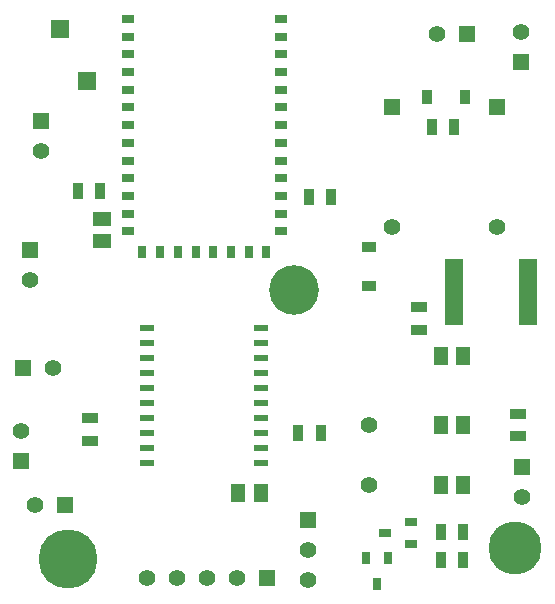
<source format=gts>
G04 (created by PCBNEW (2013-07-07 BZR 4022)-stable) date 24/06/2015 00:02:37*
%MOIN*%
G04 Gerber Fmt 3.4, Leading zero omitted, Abs format*
%FSLAX34Y34*%
G01*
G70*
G90*
G04 APERTURE LIST*
%ADD10C,0.00590551*%
%ADD11R,0.0394X0.0315*%
%ADD12R,0.0315X0.0394*%
%ADD13R,0.0358268X0.0480315*%
%ADD14R,0.05X0.02*%
%ADD15R,0.0590551X0.0590551*%
%ADD16R,0.035X0.055*%
%ADD17R,0.055X0.035*%
%ADD18R,0.055X0.055*%
%ADD19C,0.055*%
%ADD20R,0.0629921X0.224409*%
%ADD21C,0.056*%
%ADD22R,0.0433071X0.0314961*%
%ADD23R,0.0314961X0.0433071*%
%ADD24R,0.0512X0.059*%
%ADD25R,0.059X0.0512*%
%ADD26R,0.0480315X0.0358268*%
%ADD27C,0.165354*%
%ADD28C,0.19685*%
%ADD29C,0.177165*%
G04 APERTURE END LIST*
G54D10*
G54D11*
X85017Y-72850D03*
X85883Y-72475D03*
X85883Y-73225D03*
G54D12*
X84750Y-74533D03*
X84375Y-73667D03*
X85125Y-73667D03*
G54D13*
X87695Y-58300D03*
X86404Y-58300D03*
G54D14*
X77100Y-66000D03*
X77100Y-66500D03*
X77100Y-67000D03*
X77100Y-67500D03*
X77100Y-68000D03*
X77100Y-68500D03*
X77100Y-69000D03*
X77100Y-69500D03*
X77100Y-70000D03*
X77100Y-70500D03*
X80900Y-70500D03*
X80900Y-70000D03*
X80900Y-69500D03*
X80900Y-69000D03*
X80900Y-68500D03*
X80900Y-68000D03*
X80900Y-67500D03*
X80900Y-67000D03*
X80900Y-66500D03*
X80900Y-66000D03*
G54D15*
X74200Y-56031D03*
X75100Y-57781D03*
G54D16*
X87325Y-59300D03*
X86575Y-59300D03*
X82125Y-69500D03*
X82875Y-69500D03*
G54D17*
X89450Y-68875D03*
X89450Y-69625D03*
X86150Y-65325D03*
X86150Y-66075D03*
G54D16*
X87625Y-72800D03*
X86875Y-72800D03*
X87625Y-73750D03*
X86875Y-73750D03*
X74775Y-61450D03*
X75525Y-61450D03*
G54D17*
X75200Y-69775D03*
X75200Y-69025D03*
G54D16*
X82475Y-61650D03*
X83225Y-61650D03*
G54D18*
X81100Y-74350D03*
G54D19*
X80100Y-74350D03*
X79100Y-74350D03*
X78100Y-74350D03*
X77100Y-74350D03*
G54D18*
X82450Y-72400D03*
G54D19*
X82450Y-73400D03*
X82450Y-74400D03*
G54D18*
X73200Y-63400D03*
G54D19*
X73200Y-64400D03*
G54D18*
X73550Y-59100D03*
G54D19*
X73550Y-60100D03*
G54D18*
X89600Y-70650D03*
G54D19*
X89600Y-71650D03*
G54D18*
X87750Y-56200D03*
G54D19*
X86750Y-56200D03*
G54D18*
X72900Y-70450D03*
G54D19*
X72900Y-69450D03*
G54D18*
X72950Y-67350D03*
G54D19*
X73950Y-67350D03*
G54D18*
X89550Y-57150D03*
G54D19*
X89550Y-56150D03*
G54D18*
X74350Y-71900D03*
G54D19*
X73350Y-71900D03*
G54D20*
X89790Y-64800D03*
X87309Y-64800D03*
G54D21*
X84500Y-71250D03*
X84500Y-69250D03*
G54D22*
X76440Y-55706D03*
X76440Y-56297D03*
X76440Y-56887D03*
X76440Y-57478D03*
X76440Y-58068D03*
X76440Y-58659D03*
X76440Y-59250D03*
X76440Y-59840D03*
X76440Y-60431D03*
X76440Y-61021D03*
X76440Y-61612D03*
X76440Y-62202D03*
X76440Y-62793D03*
G54D23*
X76933Y-63482D03*
X77523Y-63482D03*
X78114Y-63482D03*
X78704Y-63482D03*
X79295Y-63482D03*
X79885Y-63482D03*
X80476Y-63482D03*
X81066Y-63482D03*
G54D22*
X81559Y-62793D03*
X81559Y-62202D03*
X81559Y-61612D03*
X81559Y-61021D03*
X81559Y-60431D03*
X81559Y-59840D03*
X81559Y-59250D03*
X81559Y-58659D03*
X81559Y-58068D03*
X81559Y-57478D03*
X81559Y-56887D03*
X81559Y-56297D03*
X81559Y-55706D03*
G54D18*
X85250Y-58650D03*
G54D19*
X85250Y-62650D03*
G54D18*
X88750Y-58650D03*
G54D19*
X88750Y-62650D03*
G54D24*
X86875Y-71250D03*
X87625Y-71250D03*
G54D25*
X75600Y-63125D03*
X75600Y-62375D03*
G54D24*
X80875Y-71500D03*
X80125Y-71500D03*
X86875Y-69250D03*
X87625Y-69250D03*
X86875Y-66950D03*
X87625Y-66950D03*
G54D26*
X84500Y-64595D03*
X84500Y-63304D03*
G54D27*
X82000Y-64750D03*
G54D28*
X74450Y-73700D03*
G54D29*
X89350Y-73350D03*
M02*

</source>
